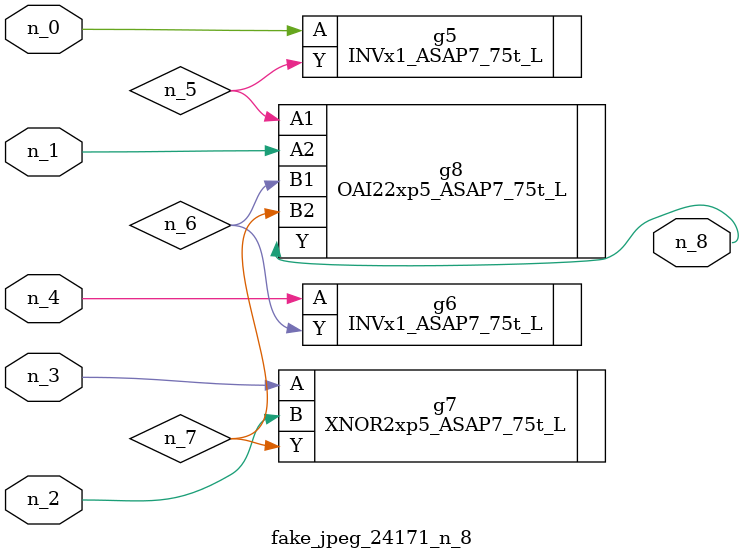
<source format=v>
module fake_jpeg_24171_n_8 (n_3, n_2, n_1, n_0, n_4, n_8);

input n_3;
input n_2;
input n_1;
input n_0;
input n_4;

output n_8;

wire n_6;
wire n_5;
wire n_7;

INVx1_ASAP7_75t_L g5 ( 
.A(n_0),
.Y(n_5)
);

INVx1_ASAP7_75t_L g6 ( 
.A(n_4),
.Y(n_6)
);

XNOR2xp5_ASAP7_75t_L g7 ( 
.A(n_3),
.B(n_2),
.Y(n_7)
);

OAI22xp5_ASAP7_75t_L g8 ( 
.A1(n_5),
.A2(n_1),
.B1(n_6),
.B2(n_7),
.Y(n_8)
);


endmodule
</source>
